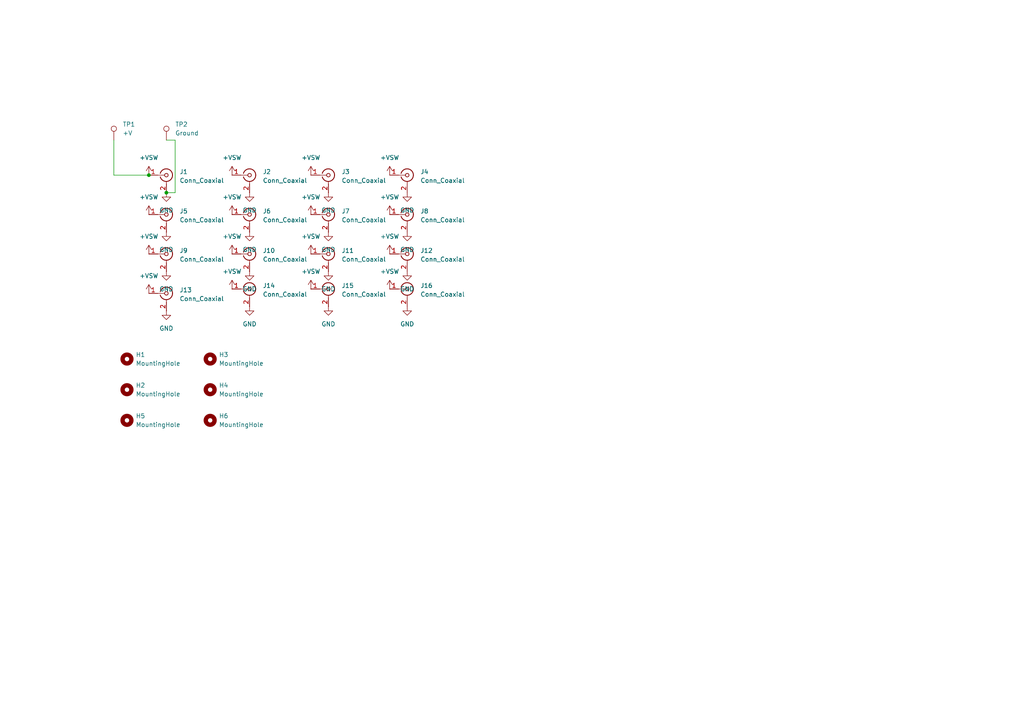
<source format=kicad_sch>
(kicad_sch (version 20250114) (generator "eeschema") (generator_version "9.0")
  (paper "A4")
  (lib_symbols
    (symbol "Connector:Conn_Coaxial" (pin_names (offset 1.016) (hide yes))
      (property "Reference" "J" (at 0.254 3.048 0))
      (property "Value" "Conn_Coaxial" (at 2.921 0 90))
      (symbol "Conn_Coaxial_0_1"
        (polyline (pts (xy -2.54 0) (xy -0.508 0)))
        (arc (start 1.778 0) (mid 0.222 -1.8079) (end -1.778 -0.508) (stroke (width 0.254)))
        (arc (start -1.778 0.508) (mid 0.2221 1.8084) (end 1.778 0) (stroke (width 0.254)))
        (circle (center 0 0) (radius 0.508) (stroke (width 0.2032)))
        (polyline (pts (xy 0 -2.54) (xy 0 -1.778)))
      )
      (symbol "Conn_Coaxial_1_1"
        (pin passive line (at -5.08 0 0) (length 2.54) (name "In") (number "1"))
        (pin passive line (at 0 -5.08 90) (length 2.54) (name "Ext") (number "2"))
      )
    )
    (symbol "Connector:TestPoint" (pin_numbers (hide yes)) (pin_names (offset 0.762) (hide yes))
      (property "Reference" "TP" (at 0 6.858 0))
      (property "Value" "TestPoint" (at 0 5.08 0))
      (symbol "TestPoint_0_1"
        (circle (center 0 3.302) (radius 0.762))
      )
      (symbol "TestPoint_1_1"
        (pin passive line (at 0 0 90) (length 2.54) (name "1") (number "1"))
      )
    )
    (symbol "Mechanical:MountingHole" (pin_names (offset 1.016)) (in_bom no)
      (property "Reference" "H" (at 0 5.08 0))
      (property "Value" "MountingHole" (at 0 3.175 0))
      (symbol "MountingHole_0_1"
        (circle (center 0 0) (radius 1.27) (stroke (width 1.27)))
      )
    )
    (symbol "power:+VSW" (power) (pin_numbers (hide yes)) (pin_names (offset 0) (hide yes))
      (property "Value" "+VSW" (at 0 3.556 0))
      (symbol "+VSW_0_1"
        (polyline (pts (xy -0.762 1.27) (xy 0 2.54)))
        (polyline (pts (xy 0 2.54) (xy 0.762 1.27)))
        (polyline (pts (xy 0 0) (xy 0 2.54)))
      )
      (symbol "+VSW_1_1"
        (pin power_in line (at 0 0 90) (length 0) (name "~") (number "1"))
      )
    )
    (symbol "power:GND" (power) (pin_numbers (hide yes)) (pin_names (offset 0) (hide yes))
      (property "Value" "GND" (at 0 -3.81 0))
      (symbol "GND_0_1"
        (polyline (pts (xy 0 0) (xy 0 -1.27) (xy 1.27 -1.27) (xy 0 -2.54) (xy -1.27 -1.27) (xy 0 -1.27)))
      )
      (symbol "GND_1_1"
        (pin power_in line (at 0 0 270) (length 0) (name "~") (number "1"))
      )
    )
  )
  (junction (at 43.18 50.8))
  (junction (at 48.26 55.88))
  (wire (pts (xy 33.02 50.8) (xy 43.18 50.8)))
  (wire (pts (xy 48.26 40.64) (xy 50.8 40.64)))
  (wire (pts (xy 33.02 40.64) (xy 33.02 50.8)))
  (wire (pts (xy 50.8 40.64) (xy 50.8 55.88)))
  (wire (pts (xy 50.8 55.88) (xy 48.26 55.88)))
  (symbol (lib_id "power:GND") (at 118.11 67.31 0) (unit 1)
    (property "Reference" "#PWR012" (effects (hide yes)))
    (property "Value" "GND" (at 118.11 72.39 0))
    (property "Description" "Power symbol creates a global label with name \"GND\" , ground" (effects (hide yes)))
  )
  (symbol (lib_id "power:GND") (at 48.26 78.74 0) (unit 1)
    (property "Reference" "#PWR08" (effects (hide yes)))
    (property "Value" "GND" (at 48.26 83.82 0))
    (property "Description" "Power symbol creates a global label with name \"GND\" , ground" (effects (hide yes)))
  )
  (symbol (lib_id "power:GND") (at 95.25 78.74 0) (unit 1)
    (property "Reference" "#PWR06" (effects (hide yes)))
    (property "Value" "GND" (at 95.25 83.82 0))
    (property "Description" "Power symbol creates a global label with name \"GND\" , ground" (effects (hide yes)))
  )
  (symbol (lib_id "power:GND") (at 95.25 55.88 0) (unit 1)
    (property "Reference" "#PWR014" (effects (hide yes)))
    (property "Value" "GND" (at 95.25 60.96 0))
    (property "Description" "Power symbol creates a global label with name \"GND\" , ground" (effects (hide yes)))
  )
  (symbol (lib_id "power:GND") (at 48.26 90.17 0) (unit 1)
    (property "Reference" "#PWR01" (effects (hide yes)))
    (property "Value" "GND" (at 48.26 95.25 0))
    (property "Description" "Power symbol creates a global label with name \"GND\" , ground" (effects (hide yes)))
  )
  (symbol (lib_id "Connector:Conn_Coaxial") (at 72.39 50.8 0) (unit 1)
    (property "Reference" "J2" (at 76.2 49.8231 0) (effects (justify left)))
    (property "Value" "Conn_Coaxial" (at 76.2 52.3631 0) (effects (justify left)))
    (property "Footprint" "SamacSys_Parts:031532951RFX" (effects (hide yes)))
    (property "Description" "coaxial connector (BNC, SMA, SMB, SMC, Cinch/RCA, LEMO, ...)" (effects (hide yes)))
    (property "LCSC number" "C5443992" (effects (hide yes)))
  )
  (symbol (lib_id "Connector:TestPoint") (at 33.02 40.64 0) (unit 1)
    (property "Reference" "TP1" (at 35.56 36.0679 0) (effects (justify left)))
    (property "Value" "+V" (at 35.56 38.6079 0) (effects (justify left)))
    (property "Footprint" "Connector_Wire:SolderWire-4sqmm_1x01_D3mm_OD6mm" (effects (hide yes)))
    (property "Description" "test point" (effects (hide yes)))
  )
  (symbol (lib_id "power:+VSW") (at 113.03 73.66 0) (unit 1)
    (property "Reference" "#PWR028" (effects (hide yes)))
    (property "Value" "+VSW" (at 113.03 68.58 0))
    (property "Description" "Power symbol creates a global label with name \"+VSW\"" (effects (hide yes)))
  )
  (symbol (lib_id "power:+VSW") (at 43.18 85.09 0) (unit 1)
    (property "Reference" "#PWR029" (effects (hide yes)))
    (property "Value" "+VSW" (at 43.18 80.01 0))
    (property "Description" "Power symbol creates a global label with name \"+VSW\"" (effects (hide yes)))
  )
  (symbol (lib_id "power:+VSW") (at 90.17 62.23 0) (unit 1)
    (property "Reference" "#PWR023" (effects (hide yes)))
    (property "Value" "+VSW" (at 90.17 57.15 0))
    (property "Description" "Power symbol creates a global label with name \"+VSW\"" (effects (hide yes)))
  )
  (symbol (lib_id "power:+VSW") (at 67.31 62.23 0) (unit 1)
    (property "Reference" "#PWR022" (effects (hide yes)))
    (property "Value" "+VSW" (at 67.31 57.15 0))
    (property "Description" "Power symbol creates a global label with name \"+VSW\"" (effects (hide yes)))
  )
  (symbol (lib_id "Connector:Conn_Coaxial") (at 72.39 62.23 0) (unit 1)
    (property "Reference" "J6" (at 76.2 61.2531 0) (effects (justify left)))
    (property "Value" "Conn_Coaxial" (at 76.2 63.7931 0) (effects (justify left)))
    (property "Footprint" "SamacSys_Parts:031532951RFX" (effects (hide yes)))
    (property "Description" "coaxial connector (BNC, SMA, SMB, SMC, Cinch/RCA, LEMO, ...)" (effects (hide yes)))
    (property "LCSC number" "C5443992" (effects (hide yes)))
  )
  (symbol (lib_id "Connector:Conn_Coaxial") (at 72.39 83.82 0) (unit 1)
    (property "Reference" "J14" (at 76.2 82.8431 0) (effects (justify left)))
    (property "Value" "Conn_Coaxial" (at 76.2 85.3831 0) (effects (justify left)))
    (property "Footprint" "SamacSys_Parts:031532951RFX" (effects (hide yes)))
    (property "Description" "coaxial connector (BNC, SMA, SMB, SMC, Cinch/RCA, LEMO, ...)" (effects (hide yes)))
    (property "LCSC number" "C5443992" (effects (hide yes)))
  )
  (symbol (lib_id "power:+VSW") (at 90.17 73.66 0) (unit 1)
    (property "Reference" "#PWR027" (effects (hide yes)))
    (property "Value" "+VSW" (at 90.17 68.58 0))
    (property "Description" "Power symbol creates a global label with name \"+VSW\"" (effects (hide yes)))
  )
  (symbol (lib_id "power:GND") (at 118.11 78.74 0) (unit 1)
    (property "Reference" "#PWR05" (effects (hide yes)))
    (property "Value" "GND" (at 118.11 83.82 0))
    (property "Description" "Power symbol creates a global label with name \"GND\" , ground" (effects (hide yes)))
  )
  (symbol (lib_id "power:GND") (at 72.39 78.74 0) (unit 1)
    (property "Reference" "#PWR07" (effects (hide yes)))
    (property "Value" "GND" (at 72.39 83.82 0))
    (property "Description" "Power symbol creates a global label with name \"GND\" , ground" (effects (hide yes)))
  )
  (symbol (lib_id "Mechanical:MountingHole") (at 36.83 104.14 0) (unit 1) (in_bom no)
    (property "Reference" "H1" (at 39.37 102.8699 0) (effects (justify left)))
    (property "Value" "MountingHole" (at 39.37 105.4099 0) (effects (justify left)))
    (property "Footprint" "Library:Mounting-Hole-Slot-6mm" (effects (hide yes)))
    (property "Description" "Mounting Hole without connection" (effects (hide yes)))
  )
  (symbol (lib_id "Mechanical:MountingHole") (at 36.83 121.92 0) (unit 1) (in_bom no)
    (property "Reference" "H5" (at 39.37 120.6499 0) (effects (justify left)))
    (property "Value" "MountingHole" (at 39.37 123.1899 0) (effects (justify left)))
    (property "Footprint" "Library:Mounting-Hole-Slot-6mm" (effects (hide yes)))
    (property "Description" "Mounting Hole without connection" (effects (hide yes)))
  )
  (symbol (lib_id "power:+VSW") (at 43.18 62.23 0) (unit 1)
    (property "Reference" "#PWR021" (effects (hide yes)))
    (property "Value" "+VSW" (at 43.18 57.15 0))
    (property "Description" "Power symbol creates a global label with name \"+VSW\"" (effects (hide yes)))
  )
  (symbol (lib_id "power:+VSW") (at 67.31 50.8 0) (unit 1)
    (property "Reference" "#PWR018" (effects (hide yes)))
    (property "Value" "+VSW" (at 67.31 45.72 0))
    (property "Description" "Power symbol creates a global label with name \"+VSW\"" (effects (hide yes)))
  )
  (symbol (lib_id "Connector:Conn_Coaxial") (at 118.11 50.8 0) (unit 1)
    (property "Reference" "J4" (at 121.92 49.8231 0) (effects (justify left)))
    (property "Value" "Conn_Coaxial" (at 121.92 52.3631 0) (effects (justify left)))
    (property "Footprint" "SamacSys_Parts:031532951RFX" (effects (hide yes)))
    (property "Description" "coaxial connector (BNC, SMA, SMB, SMC, Cinch/RCA, LEMO, ...)" (effects (hide yes)))
    (property "LCSC number" "C5443992" (effects (hide yes)))
  )
  (symbol (lib_id "Connector:Conn_Coaxial") (at 48.26 50.8 0) (unit 1)
    (property "Reference" "J1" (at 52.07 49.8231 0) (effects (justify left)))
    (property "Value" "Conn_Coaxial" (at 52.07 52.3631 0) (effects (justify left)))
    (property "Footprint" "SamacSys_Parts:031532951RFX" (effects (hide yes)))
    (property "Description" "coaxial connector (BNC, SMA, SMB, SMC, Cinch/RCA, LEMO, ...)" (effects (hide yes)))
    (property "LCSC number" "C5443992" (effects (hide yes)))
  )
  (symbol (lib_id "Connector:Conn_Coaxial") (at 118.11 62.23 0) (unit 1)
    (property "Reference" "J8" (at 121.92 61.2531 0) (effects (justify left)))
    (property "Value" "Conn_Coaxial" (at 121.92 63.7931 0) (effects (justify left)))
    (property "Footprint" "SamacSys_Parts:031532951RFX" (effects (hide yes)))
    (property "Description" "coaxial connector (BNC, SMA, SMB, SMC, Cinch/RCA, LEMO, ...)" (effects (hide yes)))
    (property "LCSC number" "C5443992" (effects (hide yes)))
  )
  (symbol (lib_id "power:+VSW") (at 67.31 83.82 0) (unit 1)
    (property "Reference" "#PWR030" (effects (hide yes)))
    (property "Value" "+VSW" (at 67.31 78.74 0))
    (property "Description" "Power symbol creates a global label with name \"+VSW\"" (effects (hide yes)))
  )
  (symbol (lib_id "Connector:Conn_Coaxial") (at 72.39 73.66 0) (unit 1)
    (property "Reference" "J10" (at 76.2 72.6831 0) (effects (justify left)))
    (property "Value" "Conn_Coaxial" (at 76.2 75.2231 0) (effects (justify left)))
    (property "Footprint" "SamacSys_Parts:031532951RFX" (effects (hide yes)))
    (property "Description" "coaxial connector (BNC, SMA, SMB, SMC, Cinch/RCA, LEMO, ...)" (effects (hide yes)))
    (property "LCSC number" "C5443992" (effects (hide yes)))
  )
  (symbol (lib_id "Connector:Conn_Coaxial") (at 95.25 73.66 0) (unit 1)
    (property "Reference" "J11" (at 99.06 72.6831 0) (effects (justify left)))
    (property "Value" "Conn_Coaxial" (at 99.06 75.2231 0) (effects (justify left)))
    (property "Footprint" "SamacSys_Parts:031532951RFX" (effects (hide yes)))
    (property "Description" "coaxial connector (BNC, SMA, SMB, SMC, Cinch/RCA, LEMO, ...)" (effects (hide yes)))
    (property "LCSC number" "C5443992" (effects (hide yes)))
  )
  (symbol (lib_id "Mechanical:MountingHole") (at 60.96 121.92 0) (unit 1) (in_bom no)
    (property "Reference" "H6" (at 63.5 120.6499 0) (effects (justify left)))
    (property "Value" "MountingHole" (at 63.5 123.1899 0) (effects (justify left)))
    (property "Footprint" "Library:Mounting-Hole-Slot-6mm" (effects (hide yes)))
    (property "Description" "Mounting Hole without connection" (effects (hide yes)))
  )
  (symbol (lib_id "Connector:Conn_Coaxial") (at 95.25 50.8 0) (unit 1)
    (property "Reference" "J3" (at 99.06 49.8231 0) (effects (justify left)))
    (property "Value" "Conn_Coaxial" (at 99.06 52.3631 0) (effects (justify left)))
    (property "Footprint" "SamacSys_Parts:031532951RFX" (effects (hide yes)))
    (property "Description" "coaxial connector (BNC, SMA, SMB, SMC, Cinch/RCA, LEMO, ...)" (effects (hide yes)))
    (property "LCSC number" "C5443992" (effects (hide yes)))
  )
  (symbol (lib_id "power:+VSW") (at 90.17 83.82 0) (unit 1)
    (property "Reference" "#PWR031" (effects (hide yes)))
    (property "Value" "+VSW" (at 90.17 78.74 0))
    (property "Description" "Power symbol creates a global label with name \"+VSW\"" (effects (hide yes)))
  )
  (symbol (lib_id "power:+VSW") (at 43.18 50.8 0) (unit 1)
    (property "Reference" "#PWR017" (effects (hide yes)))
    (property "Value" "+VSW" (at 43.18 45.72 0))
    (property "Description" "Power symbol creates a global label with name \"+VSW\"" (effects (hide yes)))
  )
  (symbol (lib_id "Connector:Conn_Coaxial") (at 48.26 85.09 0) (unit 1)
    (property "Reference" "J13" (at 52.07 84.1131 0) (effects (justify left)))
    (property "Value" "Conn_Coaxial" (at 52.07 86.6531 0) (effects (justify left)))
    (property "Footprint" "SamacSys_Parts:031532951RFX" (effects (hide yes)))
    (property "Description" "coaxial connector (BNC, SMA, SMB, SMC, Cinch/RCA, LEMO, ...)" (effects (hide yes)))
    (property "LCSC number" "C5443992" (effects (hide yes)))
  )
  (symbol (lib_id "power:GND") (at 118.11 55.88 0) (unit 1)
    (property "Reference" "#PWR013" (effects (hide yes)))
    (property "Value" "GND" (at 118.11 60.96 0))
    (property "Description" "Power symbol creates a global label with name \"GND\" , ground" (effects (hide yes)))
  )
  (symbol (lib_id "power:+VSW") (at 113.03 83.82 0) (unit 1)
    (property "Reference" "#PWR032" (effects (hide yes)))
    (property "Value" "+VSW" (at 113.03 78.74 0))
    (property "Description" "Power symbol creates a global label with name \"+VSW\"" (effects (hide yes)))
  )
  (symbol (lib_id "Connector:Conn_Coaxial") (at 95.25 62.23 0) (unit 1)
    (property "Reference" "J7" (at 99.06 61.2531 0) (effects (justify left)))
    (property "Value" "Conn_Coaxial" (at 99.06 63.7931 0) (effects (justify left)))
    (property "Footprint" "SamacSys_Parts:031532951RFX" (effects (hide yes)))
    (property "Description" "coaxial connector (BNC, SMA, SMB, SMC, Cinch/RCA, LEMO, ...)" (effects (hide yes)))
    (property "LCSC number" "C5443992" (effects (hide yes)))
  )
  (symbol (lib_id "power:GND") (at 118.11 88.9 0) (unit 1)
    (property "Reference" "#PWR04" (effects (hide yes)))
    (property "Value" "GND" (at 118.11 93.98 0))
    (property "Description" "Power symbol creates a global label with name \"GND\" , ground" (effects (hide yes)))
  )
  (symbol (lib_id "Connector:Conn_Coaxial") (at 48.26 73.66 0) (unit 1)
    (property "Reference" "J9" (at 52.07 72.6831 0) (effects (justify left)))
    (property "Value" "Conn_Coaxial" (at 52.07 75.2231 0) (effects (justify left)))
    (property "Footprint" "SamacSys_Parts:031532951RFX" (effects (hide yes)))
    (property "Description" "coaxial connector (BNC, SMA, SMB, SMC, Cinch/RCA, LEMO, ...)" (effects (hide yes)))
    (property "LCSC number" "C5443992" (effects (hide yes)))
  )
  (symbol (lib_id "power:GND") (at 95.25 88.9 0) (unit 1)
    (property "Reference" "#PWR03" (effects (hide yes)))
    (property "Value" "GND" (at 95.25 93.98 0))
    (property "Description" "Power symbol creates a global label with name \"GND\" , ground" (effects (hide yes)))
  )
  (symbol (lib_id "power:GND") (at 72.39 67.31 0) (unit 1)
    (property "Reference" "#PWR010" (effects (hide yes)))
    (property "Value" "GND" (at 72.39 72.39 0))
    (property "Description" "Power symbol creates a global label with name \"GND\" , ground" (effects (hide yes)))
  )
  (symbol (lib_id "Mechanical:MountingHole") (at 60.96 104.14 0) (unit 1) (in_bom no)
    (property "Reference" "H3" (at 63.5 102.8699 0) (effects (justify left)))
    (property "Value" "MountingHole" (at 63.5 105.4099 0) (effects (justify left)))
    (property "Footprint" "Library:Mounting-Hole-Slot-6mm" (effects (hide yes)))
    (property "Description" "Mounting Hole without connection" (effects (hide yes)))
  )
  (symbol (lib_id "Mechanical:MountingHole") (at 36.83 113.03 0) (unit 1) (in_bom no)
    (property "Reference" "H2" (at 39.37 111.7599 0) (effects (justify left)))
    (property "Value" "MountingHole" (at 39.37 114.2999 0) (effects (justify left)))
    (property "Footprint" "Library:Mounting-Hole-Slot-6mm" (effects (hide yes)))
    (property "Description" "Mounting Hole without connection" (effects (hide yes)))
  )
  (symbol (lib_id "Mechanical:MountingHole") (at 60.96 113.03 0) (unit 1) (in_bom no)
    (property "Reference" "H4" (at 63.5 111.7599 0) (effects (justify left)))
    (property "Value" "MountingHole" (at 63.5 114.2999 0) (effects (justify left)))
    (property "Footprint" "Library:Mounting-Hole-Slot-6mm" (effects (hide yes)))
    (property "Description" "Mounting Hole without connection" (effects (hide yes)))
  )
  (symbol (lib_id "power:GND") (at 95.25 67.31 0) (unit 1)
    (property "Reference" "#PWR011" (effects (hide yes)))
    (property "Value" "GND" (at 95.25 72.39 0))
    (property "Description" "Power symbol creates a global label with name \"GND\" , ground" (effects (hide yes)))
  )
  (symbol (lib_id "Connector:Conn_Coaxial") (at 118.11 83.82 0) (unit 1)
    (property "Reference" "J16" (at 121.92 82.8431 0) (effects (justify left)))
    (property "Value" "Conn_Coaxial" (at 121.92 85.3831 0) (effects (justify left)))
    (property "Footprint" "SamacSys_Parts:031532951RFX" (effects (hide yes)))
    (property "Description" "coaxial connector (BNC, SMA, SMB, SMC, Cinch/RCA, LEMO, ...)" (effects (hide yes)))
    (property "LCSC number" "C5443992" (effects (hide yes)))
  )
  (symbol (lib_id "power:GND") (at 72.39 55.88 0) (unit 1)
    (property "Reference" "#PWR015" (effects (hide yes)))
    (property "Value" "GND" (at 72.39 60.96 0))
    (property "Description" "Power symbol creates a global label with name \"GND\" , ground" (effects (hide yes)))
  )
  (symbol (lib_id "power:+VSW") (at 113.03 62.23 0) (unit 1)
    (property "Reference" "#PWR024" (effects (hide yes)))
    (property "Value" "+VSW" (at 113.03 57.15 0))
    (property "Description" "Power symbol creates a global label with name \"+VSW\"" (effects (hide yes)))
  )
  (symbol (lib_id "power:+VSW") (at 113.03 50.8 0) (unit 1)
    (property "Reference" "#PWR020" (effects (hide yes)))
    (property "Value" "+VSW" (at 113.03 45.72 0))
    (property "Description" "Power symbol creates a global label with name \"+VSW\"" (effects (hide yes)))
  )
  (symbol (lib_id "power:+VSW") (at 43.18 73.66 0) (unit 1)
    (property "Reference" "#PWR025" (effects (hide yes)))
    (property "Value" "+VSW" (at 43.18 68.58 0))
    (property "Description" "Power symbol creates a global label with name \"+VSW\"" (effects (hide yes)))
  )
  (symbol (lib_id "Connector:Conn_Coaxial") (at 95.25 83.82 0) (unit 1)
    (property "Reference" "J15" (at 99.06 82.8431 0) (effects (justify left)))
    (property "Value" "Conn_Coaxial" (at 99.06 85.3831 0) (effects (justify left)))
    (property "Footprint" "SamacSys_Parts:031532951RFX" (effects (hide yes)))
    (property "Description" "coaxial connector (BNC, SMA, SMB, SMC, Cinch/RCA, LEMO, ...)" (effects (hide yes)))
    (property "LCSC number" "C5443992" (effects (hide yes)))
  )
  (symbol (lib_id "power:+VSW") (at 67.31 73.66 0) (unit 1)
    (property "Reference" "#PWR026" (effects (hide yes)))
    (property "Value" "+VSW" (at 67.31 68.58 0))
    (property "Description" "Power symbol creates a global label with name \"+VSW\"" (effects (hide yes)))
  )
  (symbol (lib_id "power:GND") (at 48.26 67.31 0) (unit 1)
    (property "Reference" "#PWR09" (effects (hide yes)))
    (property "Value" "GND" (at 48.26 72.39 0))
    (property "Description" "Power symbol creates a global label with name \"GND\" , ground" (effects (hide yes)))
  )
  (symbol (lib_id "Connector:Conn_Coaxial") (at 48.26 62.23 0) (unit 1)
    (property "Reference" "J5" (at 52.07 61.2531 0) (effects (justify left)))
    (property "Value" "Conn_Coaxial" (at 52.07 63.7931 0) (effects (justify left)))
    (property "Footprint" "SamacSys_Parts:031532951RFX" (effects (hide yes)))
    (property "Description" "coaxial connector (BNC, SMA, SMB, SMC, Cinch/RCA, LEMO, ...)" (effects (hide yes)))
    (property "LCSC number" "C5443992" (effects (hide yes)))
  )
  (symbol (lib_id "Connector:Conn_Coaxial") (at 118.11 73.66 0) (unit 1)
    (property "Reference" "J12" (at 121.92 72.6831 0) (effects (justify left)))
    (property "Value" "Conn_Coaxial" (at 121.92 75.2231 0) (effects (justify left)))
    (property "Footprint" "SamacSys_Parts:031532951RFX" (effects (hide yes)))
    (property "Description" "coaxial connector (BNC, SMA, SMB, SMC, Cinch/RCA, LEMO, ...)" (effects (hide yes)))
    (property "LCSC number" "C5443992" (effects (hide yes)))
  )
  (symbol (lib_id "power:GND") (at 48.26 55.88 0) (unit 1)
    (property "Reference" "#PWR016" (effects (hide yes)))
    (property "Value" "GND" (at 48.26 60.96 0))
    (property "Description" "Power symbol creates a global label with name \"GND\" , ground" (effects (hide yes)))
  )
  (symbol (lib_id "power:+VSW") (at 90.17 50.8 0) (unit 1)
    (property "Reference" "#PWR019" (effects (hide yes)))
    (property "Value" "+VSW" (at 90.17 45.72 0))
    (property "Description" "Power symbol creates a global label with name \"+VSW\"" (effects (hide yes)))
  )
  (symbol (lib_id "power:GND") (at 72.39 88.9 0) (unit 1)
    (property "Reference" "#PWR02" (effects (hide yes)))
    (property "Value" "GND" (at 72.39 93.98 0))
    (property "Description" "Power symbol creates a global label with name \"GND\" , ground" (effects (hide yes)))
  )
  (symbol (lib_id "Connector:TestPoint") (at 48.26 40.64 0) (unit 1)
    (property "Reference" "TP2" (at 50.8 36.0679 0) (effects (justify left)))
    (property "Value" "Ground" (at 50.8 38.6079 0) (effects (justify left)))
    (property "Footprint" "Connector_Wire:SolderWire-4sqmm_1x01_D3mm_OD6mm" (effects (hide yes)))
    (property "Description" "test point" (effects (hide yes)))
  )
)
</source>
